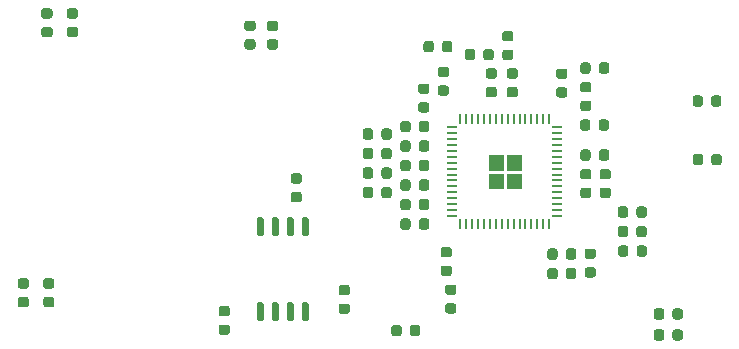
<source format=gbr>
G04 #@! TF.GenerationSoftware,KiCad,Pcbnew,(5.1.6)-1*
G04 #@! TF.CreationDate,2020-07-05T14:39:03+08:00*
G04 #@! TF.ProjectId,inteli210AT,696e7465-6c69-4323-9130-41542e6b6963,rev?*
G04 #@! TF.SameCoordinates,Original*
G04 #@! TF.FileFunction,Paste,Top*
G04 #@! TF.FilePolarity,Positive*
%FSLAX46Y46*%
G04 Gerber Fmt 4.6, Leading zero omitted, Abs format (unit mm)*
G04 Created by KiCad (PCBNEW (5.1.6)-1) date 2020-07-05 14:39:03*
%MOMM*%
%LPD*%
G01*
G04 APERTURE LIST*
%ADD10C,0.010000*%
%ADD11R,0.260000X0.840000*%
%ADD12R,0.840000X0.260000*%
G04 APERTURE END LIST*
D10*
G36*
X-20332600Y25114000D02*
G01*
X-19132600Y25114000D01*
X-19132600Y23914000D01*
X-20332600Y23914000D01*
X-20332600Y25114000D01*
G37*
X-20332600Y25114000D02*
X-19132600Y25114000D01*
X-19132600Y23914000D01*
X-20332600Y23914000D01*
X-20332600Y25114000D01*
G36*
X-21862600Y25114000D02*
G01*
X-20662600Y25114000D01*
X-20662600Y23914000D01*
X-21862600Y23914000D01*
X-21862600Y25114000D01*
G37*
X-21862600Y25114000D02*
X-20662600Y25114000D01*
X-20662600Y23914000D01*
X-21862600Y23914000D01*
X-21862600Y25114000D01*
G36*
X-21862600Y23584000D02*
G01*
X-20662600Y23584000D01*
X-20662600Y22384000D01*
X-21862600Y22384000D01*
X-21862600Y23584000D01*
G37*
X-21862600Y23584000D02*
X-20662600Y23584000D01*
X-20662600Y22384000D01*
X-21862600Y22384000D01*
X-21862600Y23584000D01*
G36*
X-20332600Y23584000D02*
G01*
X-19132600Y23584000D01*
X-19132600Y22384000D01*
X-20332600Y22384000D01*
X-20332600Y23584000D01*
G37*
X-20332600Y23584000D02*
X-19132600Y23584000D01*
X-19132600Y22384000D01*
X-20332600Y22384000D01*
X-20332600Y23584000D01*
G36*
G01*
X-40420250Y34956000D02*
X-39907750Y34956000D01*
G75*
G02*
X-39689000Y34737250I0J-218750D01*
G01*
X-39689000Y34299750D01*
G75*
G02*
X-39907750Y34081000I-218750J0D01*
G01*
X-40420250Y34081000D01*
G75*
G02*
X-40639000Y34299750I0J218750D01*
G01*
X-40639000Y34737250D01*
G75*
G02*
X-40420250Y34956000I218750J0D01*
G01*
G37*
G36*
G01*
X-40420250Y36531000D02*
X-39907750Y36531000D01*
G75*
G02*
X-39689000Y36312250I0J-218750D01*
G01*
X-39689000Y35874750D01*
G75*
G02*
X-39907750Y35656000I-218750J0D01*
G01*
X-40420250Y35656000D01*
G75*
G02*
X-40639000Y35874750I0J218750D01*
G01*
X-40639000Y36312250D01*
G75*
G02*
X-40420250Y36531000I218750J0D01*
G01*
G37*
G36*
G01*
X-42325250Y34956000D02*
X-41812750Y34956000D01*
G75*
G02*
X-41594000Y34737250I0J-218750D01*
G01*
X-41594000Y34299750D01*
G75*
G02*
X-41812750Y34081000I-218750J0D01*
G01*
X-42325250Y34081000D01*
G75*
G02*
X-42544000Y34299750I0J218750D01*
G01*
X-42544000Y34737250D01*
G75*
G02*
X-42325250Y34956000I218750J0D01*
G01*
G37*
G36*
G01*
X-42325250Y36531000D02*
X-41812750Y36531000D01*
G75*
G02*
X-41594000Y36312250I0J-218750D01*
G01*
X-41594000Y35874750D01*
G75*
G02*
X-41812750Y35656000I-218750J0D01*
G01*
X-42325250Y35656000D01*
G75*
G02*
X-42544000Y35874750I0J218750D01*
G01*
X-42544000Y36312250D01*
G75*
G02*
X-42325250Y36531000I218750J0D01*
G01*
G37*
G36*
G01*
X-25804600Y34077750D02*
X-25804600Y34590250D01*
G75*
G02*
X-25585850Y34809000I218750J0D01*
G01*
X-25148350Y34809000D01*
G75*
G02*
X-24929600Y34590250I0J-218750D01*
G01*
X-24929600Y34077750D01*
G75*
G02*
X-25148350Y33859000I-218750J0D01*
G01*
X-25585850Y33859000D01*
G75*
G02*
X-25804600Y34077750I0J218750D01*
G01*
G37*
G36*
G01*
X-27379600Y34077750D02*
X-27379600Y34590250D01*
G75*
G02*
X-27160850Y34809000I218750J0D01*
G01*
X-26723350Y34809000D01*
G75*
G02*
X-26504600Y34590250I0J-218750D01*
G01*
X-26504600Y34077750D01*
G75*
G02*
X-26723350Y33859000I-218750J0D01*
G01*
X-27160850Y33859000D01*
G75*
G02*
X-27379600Y34077750I0J218750D01*
G01*
G37*
G36*
G01*
X-38406850Y22027500D02*
X-37894350Y22027500D01*
G75*
G02*
X-37675600Y21808750I0J-218750D01*
G01*
X-37675600Y21371250D01*
G75*
G02*
X-37894350Y21152500I-218750J0D01*
G01*
X-38406850Y21152500D01*
G75*
G02*
X-38625600Y21371250I0J218750D01*
G01*
X-38625600Y21808750D01*
G75*
G02*
X-38406850Y22027500I218750J0D01*
G01*
G37*
G36*
G01*
X-38406850Y23602500D02*
X-37894350Y23602500D01*
G75*
G02*
X-37675600Y23383750I0J-218750D01*
G01*
X-37675600Y22946250D01*
G75*
G02*
X-37894350Y22727500I-218750J0D01*
G01*
X-38406850Y22727500D01*
G75*
G02*
X-38625600Y22946250I0J218750D01*
G01*
X-38625600Y23383750D01*
G75*
G02*
X-38406850Y23602500I218750J0D01*
G01*
G37*
G36*
G01*
X-33830350Y13278500D02*
X-34342850Y13278500D01*
G75*
G02*
X-34561600Y13497250I0J218750D01*
G01*
X-34561600Y13934750D01*
G75*
G02*
X-34342850Y14153500I218750J0D01*
G01*
X-33830350Y14153500D01*
G75*
G02*
X-33611600Y13934750I0J-218750D01*
G01*
X-33611600Y13497250D01*
G75*
G02*
X-33830350Y13278500I-218750J0D01*
G01*
G37*
G36*
G01*
X-33830350Y11703500D02*
X-34342850Y11703500D01*
G75*
G02*
X-34561600Y11922250I0J218750D01*
G01*
X-34561600Y12359750D01*
G75*
G02*
X-34342850Y12578500I218750J0D01*
G01*
X-33830350Y12578500D01*
G75*
G02*
X-33611600Y12359750I0J-218750D01*
G01*
X-33611600Y11922250D01*
G75*
G02*
X-33830350Y11703500I-218750J0D01*
G01*
G37*
G36*
G01*
X-43990350Y11500500D02*
X-44502850Y11500500D01*
G75*
G02*
X-44721600Y11719250I0J218750D01*
G01*
X-44721600Y12156750D01*
G75*
G02*
X-44502850Y12375500I218750J0D01*
G01*
X-43990350Y12375500D01*
G75*
G02*
X-43771600Y12156750I0J-218750D01*
G01*
X-43771600Y11719250D01*
G75*
G02*
X-43990350Y11500500I-218750J0D01*
G01*
G37*
G36*
G01*
X-43990350Y9925500D02*
X-44502850Y9925500D01*
G75*
G02*
X-44721600Y10144250I0J218750D01*
G01*
X-44721600Y10581750D01*
G75*
G02*
X-44502850Y10800500I218750J0D01*
G01*
X-43990350Y10800500D01*
G75*
G02*
X-43771600Y10581750I0J-218750D01*
G01*
X-43771600Y10144250D01*
G75*
G02*
X-43990350Y9925500I-218750J0D01*
G01*
G37*
G36*
G01*
X-13383350Y23083000D02*
X-13895850Y23083000D01*
G75*
G02*
X-14114600Y23301750I0J218750D01*
G01*
X-14114600Y23739250D01*
G75*
G02*
X-13895850Y23958000I218750J0D01*
G01*
X-13383350Y23958000D01*
G75*
G02*
X-13164600Y23739250I0J-218750D01*
G01*
X-13164600Y23301750D01*
G75*
G02*
X-13383350Y23083000I-218750J0D01*
G01*
G37*
G36*
G01*
X-13383350Y21508000D02*
X-13895850Y21508000D01*
G75*
G02*
X-14114600Y21726750I0J218750D01*
G01*
X-14114600Y22164250D01*
G75*
G02*
X-13895850Y22383000I218750J0D01*
G01*
X-13383350Y22383000D01*
G75*
G02*
X-13164600Y22164250I0J-218750D01*
G01*
X-13164600Y21726750D01*
G75*
G02*
X-13383350Y21508000I-218750J0D01*
G01*
G37*
G36*
G01*
X-10052600Y18925250D02*
X-10052600Y18412750D01*
G75*
G02*
X-10271350Y18194000I-218750J0D01*
G01*
X-10708850Y18194000D01*
G75*
G02*
X-10927600Y18412750I0J218750D01*
G01*
X-10927600Y18925250D01*
G75*
G02*
X-10708850Y19144000I218750J0D01*
G01*
X-10271350Y19144000D01*
G75*
G02*
X-10052600Y18925250I0J-218750D01*
G01*
G37*
G36*
G01*
X-8477600Y18925250D02*
X-8477600Y18412750D01*
G75*
G02*
X-8696350Y18194000I-218750J0D01*
G01*
X-9133850Y18194000D01*
G75*
G02*
X-9352600Y18412750I0J218750D01*
G01*
X-9352600Y18925250D01*
G75*
G02*
X-9133850Y19144000I218750J0D01*
G01*
X-8696350Y19144000D01*
G75*
G02*
X-8477600Y18925250I0J-218750D01*
G01*
G37*
G36*
G01*
X-16021600Y17020250D02*
X-16021600Y16507750D01*
G75*
G02*
X-16240350Y16289000I-218750J0D01*
G01*
X-16677850Y16289000D01*
G75*
G02*
X-16896600Y16507750I0J218750D01*
G01*
X-16896600Y17020250D01*
G75*
G02*
X-16677850Y17239000I218750J0D01*
G01*
X-16240350Y17239000D01*
G75*
G02*
X-16021600Y17020250I0J-218750D01*
G01*
G37*
G36*
G01*
X-14446600Y17020250D02*
X-14446600Y16507750D01*
G75*
G02*
X-14665350Y16289000I-218750J0D01*
G01*
X-15102850Y16289000D01*
G75*
G02*
X-15321600Y16507750I0J218750D01*
G01*
X-15321600Y17020250D01*
G75*
G02*
X-15102850Y17239000I218750J0D01*
G01*
X-14665350Y17239000D01*
G75*
G02*
X-14446600Y17020250I0J-218750D01*
G01*
G37*
G36*
G01*
X-3728100Y29974250D02*
X-3728100Y29461750D01*
G75*
G02*
X-3946850Y29243000I-218750J0D01*
G01*
X-4384350Y29243000D01*
G75*
G02*
X-4603100Y29461750I0J218750D01*
G01*
X-4603100Y29974250D01*
G75*
G02*
X-4384350Y30193000I218750J0D01*
G01*
X-3946850Y30193000D01*
G75*
G02*
X-3728100Y29974250I0J-218750D01*
G01*
G37*
G36*
G01*
X-2153100Y29974250D02*
X-2153100Y29461750D01*
G75*
G02*
X-2371850Y29243000I-218750J0D01*
G01*
X-2809350Y29243000D01*
G75*
G02*
X-3028100Y29461750I0J218750D01*
G01*
X-3028100Y29974250D01*
G75*
G02*
X-2809350Y30193000I218750J0D01*
G01*
X-2371850Y30193000D01*
G75*
G02*
X-2153100Y29974250I0J-218750D01*
G01*
G37*
G36*
G01*
X-10052600Y20576250D02*
X-10052600Y20063750D01*
G75*
G02*
X-10271350Y19845000I-218750J0D01*
G01*
X-10708850Y19845000D01*
G75*
G02*
X-10927600Y20063750I0J218750D01*
G01*
X-10927600Y20576250D01*
G75*
G02*
X-10708850Y20795000I218750J0D01*
G01*
X-10271350Y20795000D01*
G75*
G02*
X-10052600Y20576250I0J-218750D01*
G01*
G37*
G36*
G01*
X-8477600Y20576250D02*
X-8477600Y20063750D01*
G75*
G02*
X-8696350Y19845000I-218750J0D01*
G01*
X-9133850Y19845000D01*
G75*
G02*
X-9352600Y20063750I0J218750D01*
G01*
X-9352600Y20576250D01*
G75*
G02*
X-9133850Y20795000I218750J0D01*
G01*
X-8696350Y20795000D01*
G75*
G02*
X-8477600Y20576250I0J-218750D01*
G01*
G37*
G36*
G01*
X-12244850Y22383000D02*
X-11732350Y22383000D01*
G75*
G02*
X-11513600Y22164250I0J-218750D01*
G01*
X-11513600Y21726750D01*
G75*
G02*
X-11732350Y21508000I-218750J0D01*
G01*
X-12244850Y21508000D01*
G75*
G02*
X-12463600Y21726750I0J218750D01*
G01*
X-12463600Y22164250D01*
G75*
G02*
X-12244850Y22383000I218750J0D01*
G01*
G37*
G36*
G01*
X-12244850Y23958000D02*
X-11732350Y23958000D01*
G75*
G02*
X-11513600Y23739250I0J-218750D01*
G01*
X-11513600Y23301750D01*
G75*
G02*
X-11732350Y23083000I-218750J0D01*
G01*
X-12244850Y23083000D01*
G75*
G02*
X-12463600Y23301750I0J218750D01*
G01*
X-12463600Y23739250D01*
G75*
G02*
X-12244850Y23958000I218750J0D01*
G01*
G37*
G36*
G01*
X-56849350Y36697500D02*
X-57361850Y36697500D01*
G75*
G02*
X-57580600Y36916250I0J218750D01*
G01*
X-57580600Y37353750D01*
G75*
G02*
X-57361850Y37572500I218750J0D01*
G01*
X-56849350Y37572500D01*
G75*
G02*
X-56630600Y37353750I0J-218750D01*
G01*
X-56630600Y36916250D01*
G75*
G02*
X-56849350Y36697500I-218750J0D01*
G01*
G37*
G36*
G01*
X-56849350Y35122500D02*
X-57361850Y35122500D01*
G75*
G02*
X-57580600Y35341250I0J218750D01*
G01*
X-57580600Y35778750D01*
G75*
G02*
X-57361850Y35997500I218750J0D01*
G01*
X-56849350Y35997500D01*
G75*
G02*
X-56630600Y35778750I0J-218750D01*
G01*
X-56630600Y35341250D01*
G75*
G02*
X-56849350Y35122500I-218750J0D01*
G01*
G37*
G36*
G01*
X-59008350Y36697500D02*
X-59520850Y36697500D01*
G75*
G02*
X-59739600Y36916250I0J218750D01*
G01*
X-59739600Y37353750D01*
G75*
G02*
X-59520850Y37572500I218750J0D01*
G01*
X-59008350Y37572500D01*
G75*
G02*
X-58789600Y37353750I0J-218750D01*
G01*
X-58789600Y36916250D01*
G75*
G02*
X-59008350Y36697500I-218750J0D01*
G01*
G37*
G36*
G01*
X-59008350Y35122500D02*
X-59520850Y35122500D01*
G75*
G02*
X-59739600Y35341250I0J218750D01*
G01*
X-59739600Y35778750D01*
G75*
G02*
X-59520850Y35997500I218750J0D01*
G01*
X-59008350Y35997500D01*
G75*
G02*
X-58789600Y35778750I0J-218750D01*
G01*
X-58789600Y35341250D01*
G75*
G02*
X-59008350Y35122500I-218750J0D01*
G01*
G37*
G36*
G01*
X-59361850Y13137500D02*
X-58849350Y13137500D01*
G75*
G02*
X-58630600Y12918750I0J-218750D01*
G01*
X-58630600Y12481250D01*
G75*
G02*
X-58849350Y12262500I-218750J0D01*
G01*
X-59361850Y12262500D01*
G75*
G02*
X-59580600Y12481250I0J218750D01*
G01*
X-59580600Y12918750D01*
G75*
G02*
X-59361850Y13137500I218750J0D01*
G01*
G37*
G36*
G01*
X-59361850Y14712500D02*
X-58849350Y14712500D01*
G75*
G02*
X-58630600Y14493750I0J-218750D01*
G01*
X-58630600Y14056250D01*
G75*
G02*
X-58849350Y13837500I-218750J0D01*
G01*
X-59361850Y13837500D01*
G75*
G02*
X-59580600Y14056250I0J218750D01*
G01*
X-59580600Y14493750D01*
G75*
G02*
X-59361850Y14712500I218750J0D01*
G01*
G37*
G36*
G01*
X-61520850Y13137500D02*
X-61008350Y13137500D01*
G75*
G02*
X-60789600Y12918750I0J-218750D01*
G01*
X-60789600Y12481250D01*
G75*
G02*
X-61008350Y12262500I-218750J0D01*
G01*
X-61520850Y12262500D01*
G75*
G02*
X-61739600Y12481250I0J218750D01*
G01*
X-61739600Y12918750D01*
G75*
G02*
X-61520850Y13137500I218750J0D01*
G01*
G37*
G36*
G01*
X-61520850Y14712500D02*
X-61008350Y14712500D01*
G75*
G02*
X-60789600Y14493750I0J-218750D01*
G01*
X-60789600Y14056250D01*
G75*
G02*
X-61008350Y13837500I-218750J0D01*
G01*
X-61520850Y13837500D01*
G75*
G02*
X-61739600Y14056250I0J218750D01*
G01*
X-61739600Y14493750D01*
G75*
G02*
X-61520850Y14712500I218750J0D01*
G01*
G37*
G36*
G01*
X-13895850Y29749000D02*
X-13383350Y29749000D01*
G75*
G02*
X-13164600Y29530250I0J-218750D01*
G01*
X-13164600Y29092750D01*
G75*
G02*
X-13383350Y28874000I-218750J0D01*
G01*
X-13895850Y28874000D01*
G75*
G02*
X-14114600Y29092750I0J218750D01*
G01*
X-14114600Y29530250D01*
G75*
G02*
X-13895850Y29749000I218750J0D01*
G01*
G37*
G36*
G01*
X-13895850Y31324000D02*
X-13383350Y31324000D01*
G75*
G02*
X-13164600Y31105250I0J-218750D01*
G01*
X-13164600Y30667750D01*
G75*
G02*
X-13383350Y30449000I-218750J0D01*
G01*
X-13895850Y30449000D01*
G75*
G02*
X-14114600Y30667750I0J218750D01*
G01*
X-14114600Y31105250D01*
G75*
G02*
X-13895850Y31324000I218750J0D01*
G01*
G37*
G36*
G01*
X-23006600Y33911250D02*
X-23006600Y33398750D01*
G75*
G02*
X-23225350Y33180000I-218750J0D01*
G01*
X-23662850Y33180000D01*
G75*
G02*
X-23881600Y33398750I0J218750D01*
G01*
X-23881600Y33911250D01*
G75*
G02*
X-23662850Y34130000I218750J0D01*
G01*
X-23225350Y34130000D01*
G75*
G02*
X-23006600Y33911250I0J-218750D01*
G01*
G37*
G36*
G01*
X-21431600Y33911250D02*
X-21431600Y33398750D01*
G75*
G02*
X-21650350Y33180000I-218750J0D01*
G01*
X-22087850Y33180000D01*
G75*
G02*
X-22306600Y33398750I0J218750D01*
G01*
X-22306600Y33911250D01*
G75*
G02*
X-22087850Y34130000I218750J0D01*
G01*
X-21650350Y34130000D01*
G75*
G02*
X-21431600Y33911250I0J-218750D01*
G01*
G37*
G36*
G01*
X-20499850Y34067000D02*
X-19987350Y34067000D01*
G75*
G02*
X-19768600Y33848250I0J-218750D01*
G01*
X-19768600Y33410750D01*
G75*
G02*
X-19987350Y33192000I-218750J0D01*
G01*
X-20499850Y33192000D01*
G75*
G02*
X-20718600Y33410750I0J218750D01*
G01*
X-20718600Y33848250D01*
G75*
G02*
X-20499850Y34067000I218750J0D01*
G01*
G37*
G36*
G01*
X-20499850Y35642000D02*
X-19987350Y35642000D01*
G75*
G02*
X-19768600Y35423250I0J-218750D01*
G01*
X-19768600Y34985750D01*
G75*
G02*
X-19987350Y34767000I-218750J0D01*
G01*
X-20499850Y34767000D01*
G75*
G02*
X-20718600Y34985750I0J218750D01*
G01*
X-20718600Y35423250D01*
G75*
G02*
X-20499850Y35642000I218750J0D01*
G01*
G37*
G36*
G01*
X-3702600Y25021250D02*
X-3702600Y24508750D01*
G75*
G02*
X-3921350Y24290000I-218750J0D01*
G01*
X-4358850Y24290000D01*
G75*
G02*
X-4577600Y24508750I0J218750D01*
G01*
X-4577600Y25021250D01*
G75*
G02*
X-4358850Y25240000I218750J0D01*
G01*
X-3921350Y25240000D01*
G75*
G02*
X-3702600Y25021250I0J-218750D01*
G01*
G37*
G36*
G01*
X-2127600Y25021250D02*
X-2127600Y24508750D01*
G75*
G02*
X-2346350Y24290000I-218750J0D01*
G01*
X-2783850Y24290000D01*
G75*
G02*
X-3002600Y24508750I0J218750D01*
G01*
X-3002600Y25021250D01*
G75*
G02*
X-2783850Y25240000I218750J0D01*
G01*
X-2346350Y25240000D01*
G75*
G02*
X-2127600Y25021250I0J-218750D01*
G01*
G37*
G36*
G01*
X-24813350Y13304000D02*
X-25325850Y13304000D01*
G75*
G02*
X-25544600Y13522750I0J218750D01*
G01*
X-25544600Y13960250D01*
G75*
G02*
X-25325850Y14179000I218750J0D01*
G01*
X-24813350Y14179000D01*
G75*
G02*
X-24594600Y13960250I0J-218750D01*
G01*
X-24594600Y13522750D01*
G75*
G02*
X-24813350Y13304000I-218750J0D01*
G01*
G37*
G36*
G01*
X-24813350Y11729000D02*
X-25325850Y11729000D01*
G75*
G02*
X-25544600Y11947750I0J218750D01*
G01*
X-25544600Y12385250D01*
G75*
G02*
X-25325850Y12604000I218750J0D01*
G01*
X-24813350Y12604000D01*
G75*
G02*
X-24594600Y12385250I0J-218750D01*
G01*
X-24594600Y11947750D01*
G75*
G02*
X-24813350Y11729000I-218750J0D01*
G01*
G37*
G36*
G01*
X-25194350Y16479000D02*
X-25706850Y16479000D01*
G75*
G02*
X-25925600Y16697750I0J218750D01*
G01*
X-25925600Y17135250D01*
G75*
G02*
X-25706850Y17354000I218750J0D01*
G01*
X-25194350Y17354000D01*
G75*
G02*
X-24975600Y17135250I0J-218750D01*
G01*
X-24975600Y16697750D01*
G75*
G02*
X-25194350Y16479000I-218750J0D01*
G01*
G37*
G36*
G01*
X-25194350Y14904000D02*
X-25706850Y14904000D01*
G75*
G02*
X-25925600Y15122750I0J218750D01*
G01*
X-25925600Y15560250D01*
G75*
G02*
X-25706850Y15779000I218750J0D01*
G01*
X-25194350Y15779000D01*
G75*
G02*
X-24975600Y15560250I0J-218750D01*
G01*
X-24975600Y15122750D01*
G75*
G02*
X-25194350Y14904000I-218750J0D01*
G01*
G37*
G36*
G01*
X-10027100Y17274250D02*
X-10027100Y16761750D01*
G75*
G02*
X-10245850Y16543000I-218750J0D01*
G01*
X-10683350Y16543000D01*
G75*
G02*
X-10902100Y16761750I0J218750D01*
G01*
X-10902100Y17274250D01*
G75*
G02*
X-10683350Y17493000I218750J0D01*
G01*
X-10245850Y17493000D01*
G75*
G02*
X-10027100Y17274250I0J-218750D01*
G01*
G37*
G36*
G01*
X-8452100Y17274250D02*
X-8452100Y16761750D01*
G75*
G02*
X-8670850Y16543000I-218750J0D01*
G01*
X-9108350Y16543000D01*
G75*
G02*
X-9327100Y16761750I0J218750D01*
G01*
X-9327100Y17274250D01*
G75*
G02*
X-9108350Y17493000I218750J0D01*
G01*
X-8670850Y17493000D01*
G75*
G02*
X-8452100Y17274250I0J-218750D01*
G01*
G37*
G36*
G01*
X-28529600Y10030750D02*
X-28529600Y10543250D01*
G75*
G02*
X-28310850Y10762000I218750J0D01*
G01*
X-27873350Y10762000D01*
G75*
G02*
X-27654600Y10543250I0J-218750D01*
G01*
X-27654600Y10030750D01*
G75*
G02*
X-27873350Y9812000I-218750J0D01*
G01*
X-28310850Y9812000D01*
G75*
G02*
X-28529600Y10030750I0J218750D01*
G01*
G37*
G36*
G01*
X-30104600Y10030750D02*
X-30104600Y10543250D01*
G75*
G02*
X-29885850Y10762000I218750J0D01*
G01*
X-29448350Y10762000D01*
G75*
G02*
X-29229600Y10543250I0J-218750D01*
G01*
X-29229600Y10030750D01*
G75*
G02*
X-29448350Y9812000I-218750J0D01*
G01*
X-29885850Y9812000D01*
G75*
G02*
X-30104600Y10030750I0J218750D01*
G01*
G37*
G36*
G01*
X-27767600Y20698750D02*
X-27767600Y21211250D01*
G75*
G02*
X-27548850Y21430000I218750J0D01*
G01*
X-27111350Y21430000D01*
G75*
G02*
X-26892600Y21211250I0J-218750D01*
G01*
X-26892600Y20698750D01*
G75*
G02*
X-27111350Y20480000I-218750J0D01*
G01*
X-27548850Y20480000D01*
G75*
G02*
X-27767600Y20698750I0J218750D01*
G01*
G37*
G36*
G01*
X-29342600Y20698750D02*
X-29342600Y21211250D01*
G75*
G02*
X-29123850Y21430000I218750J0D01*
G01*
X-28686350Y21430000D01*
G75*
G02*
X-28467600Y21211250I0J-218750D01*
G01*
X-28467600Y20698750D01*
G75*
G02*
X-28686350Y20480000I-218750J0D01*
G01*
X-29123850Y20480000D01*
G75*
G02*
X-29342600Y20698750I0J218750D01*
G01*
G37*
G36*
G01*
X-27767600Y22349750D02*
X-27767600Y22862250D01*
G75*
G02*
X-27548850Y23081000I218750J0D01*
G01*
X-27111350Y23081000D01*
G75*
G02*
X-26892600Y22862250I0J-218750D01*
G01*
X-26892600Y22349750D01*
G75*
G02*
X-27111350Y22131000I-218750J0D01*
G01*
X-27548850Y22131000D01*
G75*
G02*
X-27767600Y22349750I0J218750D01*
G01*
G37*
G36*
G01*
X-29342600Y22349750D02*
X-29342600Y22862250D01*
G75*
G02*
X-29123850Y23081000I218750J0D01*
G01*
X-28686350Y23081000D01*
G75*
G02*
X-28467600Y22862250I0J-218750D01*
G01*
X-28467600Y22349750D01*
G75*
G02*
X-28686350Y22131000I-218750J0D01*
G01*
X-29123850Y22131000D01*
G75*
G02*
X-29342600Y22349750I0J218750D01*
G01*
G37*
G36*
G01*
X-30942600Y23365750D02*
X-30942600Y23878250D01*
G75*
G02*
X-30723850Y24097000I218750J0D01*
G01*
X-30286350Y24097000D01*
G75*
G02*
X-30067600Y23878250I0J-218750D01*
G01*
X-30067600Y23365750D01*
G75*
G02*
X-30286350Y23147000I-218750J0D01*
G01*
X-30723850Y23147000D01*
G75*
G02*
X-30942600Y23365750I0J218750D01*
G01*
G37*
G36*
G01*
X-32517600Y23365750D02*
X-32517600Y23878250D01*
G75*
G02*
X-32298850Y24097000I218750J0D01*
G01*
X-31861350Y24097000D01*
G75*
G02*
X-31642600Y23878250I0J-218750D01*
G01*
X-31642600Y23365750D01*
G75*
G02*
X-31861350Y23147000I-218750J0D01*
G01*
X-32298850Y23147000D01*
G75*
G02*
X-32517600Y23365750I0J218750D01*
G01*
G37*
G36*
G01*
X-6304800Y11435350D02*
X-6304800Y11947850D01*
G75*
G02*
X-6086050Y12166600I218750J0D01*
G01*
X-5648550Y12166600D01*
G75*
G02*
X-5429800Y11947850I0J-218750D01*
G01*
X-5429800Y11435350D01*
G75*
G02*
X-5648550Y11216600I-218750J0D01*
G01*
X-6086050Y11216600D01*
G75*
G02*
X-6304800Y11435350I0J218750D01*
G01*
G37*
G36*
G01*
X-7879800Y11435350D02*
X-7879800Y11947850D01*
G75*
G02*
X-7661050Y12166600I218750J0D01*
G01*
X-7223550Y12166600D01*
G75*
G02*
X-7004800Y11947850I0J-218750D01*
G01*
X-7004800Y11435350D01*
G75*
G02*
X-7223550Y11216600I-218750J0D01*
G01*
X-7661050Y11216600D01*
G75*
G02*
X-7879800Y11435350I0J218750D01*
G01*
G37*
G36*
G01*
X-6304800Y9657350D02*
X-6304800Y10169850D01*
G75*
G02*
X-6086050Y10388600I218750J0D01*
G01*
X-5648550Y10388600D01*
G75*
G02*
X-5429800Y10169850I0J-218750D01*
G01*
X-5429800Y9657350D01*
G75*
G02*
X-5648550Y9438600I-218750J0D01*
G01*
X-6086050Y9438600D01*
G75*
G02*
X-6304800Y9657350I0J218750D01*
G01*
G37*
G36*
G01*
X-7879800Y9657350D02*
X-7879800Y10169850D01*
G75*
G02*
X-7661050Y10388600I218750J0D01*
G01*
X-7223550Y10388600D01*
G75*
G02*
X-7004800Y10169850I0J-218750D01*
G01*
X-7004800Y9657350D01*
G75*
G02*
X-7223550Y9438600I-218750J0D01*
G01*
X-7661050Y9438600D01*
G75*
G02*
X-7879800Y9657350I0J218750D01*
G01*
G37*
G36*
G01*
X-41048600Y18294000D02*
X-41348600Y18294000D01*
G75*
G02*
X-41498600Y18444000I0J150000D01*
G01*
X-41498600Y19744000D01*
G75*
G02*
X-41348600Y19894000I150000J0D01*
G01*
X-41048600Y19894000D01*
G75*
G02*
X-40898600Y19744000I0J-150000D01*
G01*
X-40898600Y18444000D01*
G75*
G02*
X-41048600Y18294000I-150000J0D01*
G01*
G37*
G36*
G01*
X-39778600Y18294000D02*
X-40078600Y18294000D01*
G75*
G02*
X-40228600Y18444000I0J150000D01*
G01*
X-40228600Y19744000D01*
G75*
G02*
X-40078600Y19894000I150000J0D01*
G01*
X-39778600Y19894000D01*
G75*
G02*
X-39628600Y19744000I0J-150000D01*
G01*
X-39628600Y18444000D01*
G75*
G02*
X-39778600Y18294000I-150000J0D01*
G01*
G37*
G36*
G01*
X-38508600Y18294000D02*
X-38808600Y18294000D01*
G75*
G02*
X-38958600Y18444000I0J150000D01*
G01*
X-38958600Y19744000D01*
G75*
G02*
X-38808600Y19894000I150000J0D01*
G01*
X-38508600Y19894000D01*
G75*
G02*
X-38358600Y19744000I0J-150000D01*
G01*
X-38358600Y18444000D01*
G75*
G02*
X-38508600Y18294000I-150000J0D01*
G01*
G37*
G36*
G01*
X-37238600Y18294000D02*
X-37538600Y18294000D01*
G75*
G02*
X-37688600Y18444000I0J150000D01*
G01*
X-37688600Y19744000D01*
G75*
G02*
X-37538600Y19894000I150000J0D01*
G01*
X-37238600Y19894000D01*
G75*
G02*
X-37088600Y19744000I0J-150000D01*
G01*
X-37088600Y18444000D01*
G75*
G02*
X-37238600Y18294000I-150000J0D01*
G01*
G37*
G36*
G01*
X-37238600Y11094000D02*
X-37538600Y11094000D01*
G75*
G02*
X-37688600Y11244000I0J150000D01*
G01*
X-37688600Y12544000D01*
G75*
G02*
X-37538600Y12694000I150000J0D01*
G01*
X-37238600Y12694000D01*
G75*
G02*
X-37088600Y12544000I0J-150000D01*
G01*
X-37088600Y11244000D01*
G75*
G02*
X-37238600Y11094000I-150000J0D01*
G01*
G37*
G36*
G01*
X-38508600Y11094000D02*
X-38808600Y11094000D01*
G75*
G02*
X-38958600Y11244000I0J150000D01*
G01*
X-38958600Y12544000D01*
G75*
G02*
X-38808600Y12694000I150000J0D01*
G01*
X-38508600Y12694000D01*
G75*
G02*
X-38358600Y12544000I0J-150000D01*
G01*
X-38358600Y11244000D01*
G75*
G02*
X-38508600Y11094000I-150000J0D01*
G01*
G37*
G36*
G01*
X-39778600Y11094000D02*
X-40078600Y11094000D01*
G75*
G02*
X-40228600Y11244000I0J150000D01*
G01*
X-40228600Y12544000D01*
G75*
G02*
X-40078600Y12694000I150000J0D01*
G01*
X-39778600Y12694000D01*
G75*
G02*
X-39628600Y12544000I0J-150000D01*
G01*
X-39628600Y11244000D01*
G75*
G02*
X-39778600Y11094000I-150000J0D01*
G01*
G37*
G36*
G01*
X-41048600Y11094000D02*
X-41348600Y11094000D01*
G75*
G02*
X-41498600Y11244000I0J150000D01*
G01*
X-41498600Y12544000D01*
G75*
G02*
X-41348600Y12694000I150000J0D01*
G01*
X-41048600Y12694000D01*
G75*
G02*
X-40898600Y12544000I0J-150000D01*
G01*
X-40898600Y11244000D01*
G75*
G02*
X-41048600Y11094000I-150000J0D01*
G01*
G37*
G36*
G01*
X-30942600Y26667750D02*
X-30942600Y27180250D01*
G75*
G02*
X-30723850Y27399000I218750J0D01*
G01*
X-30286350Y27399000D01*
G75*
G02*
X-30067600Y27180250I0J-218750D01*
G01*
X-30067600Y26667750D01*
G75*
G02*
X-30286350Y26449000I-218750J0D01*
G01*
X-30723850Y26449000D01*
G75*
G02*
X-30942600Y26667750I0J218750D01*
G01*
G37*
G36*
G01*
X-32517600Y26667750D02*
X-32517600Y27180250D01*
G75*
G02*
X-32298850Y27399000I218750J0D01*
G01*
X-31861350Y27399000D01*
G75*
G02*
X-31642600Y27180250I0J-218750D01*
G01*
X-31642600Y26667750D01*
G75*
G02*
X-31861350Y26449000I-218750J0D01*
G01*
X-32298850Y26449000D01*
G75*
G02*
X-32517600Y26667750I0J218750D01*
G01*
G37*
G36*
G01*
X-27767600Y24000750D02*
X-27767600Y24513250D01*
G75*
G02*
X-27548850Y24732000I218750J0D01*
G01*
X-27111350Y24732000D01*
G75*
G02*
X-26892600Y24513250I0J-218750D01*
G01*
X-26892600Y24000750D01*
G75*
G02*
X-27111350Y23782000I-218750J0D01*
G01*
X-27548850Y23782000D01*
G75*
G02*
X-27767600Y24000750I0J218750D01*
G01*
G37*
G36*
G01*
X-29342600Y24000750D02*
X-29342600Y24513250D01*
G75*
G02*
X-29123850Y24732000I218750J0D01*
G01*
X-28686350Y24732000D01*
G75*
G02*
X-28467600Y24513250I0J-218750D01*
G01*
X-28467600Y24000750D01*
G75*
G02*
X-28686350Y23782000I-218750J0D01*
G01*
X-29123850Y23782000D01*
G75*
G02*
X-29342600Y24000750I0J218750D01*
G01*
G37*
G36*
G01*
X-27767600Y25651750D02*
X-27767600Y26164250D01*
G75*
G02*
X-27548850Y26383000I218750J0D01*
G01*
X-27111350Y26383000D01*
G75*
G02*
X-26892600Y26164250I0J-218750D01*
G01*
X-26892600Y25651750D01*
G75*
G02*
X-27111350Y25433000I-218750J0D01*
G01*
X-27548850Y25433000D01*
G75*
G02*
X-27767600Y25651750I0J218750D01*
G01*
G37*
G36*
G01*
X-29342600Y25651750D02*
X-29342600Y26164250D01*
G75*
G02*
X-29123850Y26383000I218750J0D01*
G01*
X-28686350Y26383000D01*
G75*
G02*
X-28467600Y26164250I0J-218750D01*
G01*
X-28467600Y25651750D01*
G75*
G02*
X-28686350Y25433000I-218750J0D01*
G01*
X-29123850Y25433000D01*
G75*
G02*
X-29342600Y25651750I0J218750D01*
G01*
G37*
G36*
G01*
X-30942600Y25016750D02*
X-30942600Y25529250D01*
G75*
G02*
X-30723850Y25748000I218750J0D01*
G01*
X-30286350Y25748000D01*
G75*
G02*
X-30067600Y25529250I0J-218750D01*
G01*
X-30067600Y25016750D01*
G75*
G02*
X-30286350Y24798000I-218750J0D01*
G01*
X-30723850Y24798000D01*
G75*
G02*
X-30942600Y25016750I0J218750D01*
G01*
G37*
G36*
G01*
X-32517600Y25016750D02*
X-32517600Y25529250D01*
G75*
G02*
X-32298850Y25748000I218750J0D01*
G01*
X-31861350Y25748000D01*
G75*
G02*
X-31642600Y25529250I0J-218750D01*
G01*
X-31642600Y25016750D01*
G75*
G02*
X-31861350Y24798000I-218750J0D01*
G01*
X-32298850Y24798000D01*
G75*
G02*
X-32517600Y25016750I0J218750D01*
G01*
G37*
G36*
G01*
X-27767600Y27302750D02*
X-27767600Y27815250D01*
G75*
G02*
X-27548850Y28034000I218750J0D01*
G01*
X-27111350Y28034000D01*
G75*
G02*
X-26892600Y27815250I0J-218750D01*
G01*
X-26892600Y27302750D01*
G75*
G02*
X-27111350Y27084000I-218750J0D01*
G01*
X-27548850Y27084000D01*
G75*
G02*
X-27767600Y27302750I0J218750D01*
G01*
G37*
G36*
G01*
X-29342600Y27302750D02*
X-29342600Y27815250D01*
G75*
G02*
X-29123850Y28034000I218750J0D01*
G01*
X-28686350Y28034000D01*
G75*
G02*
X-28467600Y27815250I0J-218750D01*
G01*
X-28467600Y27302750D01*
G75*
G02*
X-28686350Y27084000I-218750J0D01*
G01*
X-29123850Y27084000D01*
G75*
G02*
X-29342600Y27302750I0J218750D01*
G01*
G37*
G36*
G01*
X-27611850Y29622000D02*
X-27099350Y29622000D01*
G75*
G02*
X-26880600Y29403250I0J-218750D01*
G01*
X-26880600Y28965750D01*
G75*
G02*
X-27099350Y28747000I-218750J0D01*
G01*
X-27611850Y28747000D01*
G75*
G02*
X-27830600Y28965750I0J218750D01*
G01*
X-27830600Y29403250D01*
G75*
G02*
X-27611850Y29622000I218750J0D01*
G01*
G37*
G36*
G01*
X-27611850Y31197000D02*
X-27099350Y31197000D01*
G75*
G02*
X-26880600Y30978250I0J-218750D01*
G01*
X-26880600Y30540750D01*
G75*
G02*
X-27099350Y30322000I-218750J0D01*
G01*
X-27611850Y30322000D01*
G75*
G02*
X-27830600Y30540750I0J218750D01*
G01*
X-27830600Y30978250D01*
G75*
G02*
X-27611850Y31197000I218750J0D01*
G01*
G37*
G36*
G01*
X-15321600Y14856750D02*
X-15321600Y15369250D01*
G75*
G02*
X-15102850Y15588000I218750J0D01*
G01*
X-14665350Y15588000D01*
G75*
G02*
X-14446600Y15369250I0J-218750D01*
G01*
X-14446600Y14856750D01*
G75*
G02*
X-14665350Y14638000I-218750J0D01*
G01*
X-15102850Y14638000D01*
G75*
G02*
X-15321600Y14856750I0J218750D01*
G01*
G37*
G36*
G01*
X-16896600Y14856750D02*
X-16896600Y15369250D01*
G75*
G02*
X-16677850Y15588000I218750J0D01*
G01*
X-16240350Y15588000D01*
G75*
G02*
X-16021600Y15369250I0J-218750D01*
G01*
X-16021600Y14856750D01*
G75*
G02*
X-16240350Y14638000I-218750J0D01*
G01*
X-16677850Y14638000D01*
G75*
G02*
X-16896600Y14856750I0J218750D01*
G01*
G37*
G36*
G01*
X-30942600Y21714750D02*
X-30942600Y22227250D01*
G75*
G02*
X-30723850Y22446000I218750J0D01*
G01*
X-30286350Y22446000D01*
G75*
G02*
X-30067600Y22227250I0J-218750D01*
G01*
X-30067600Y21714750D01*
G75*
G02*
X-30286350Y21496000I-218750J0D01*
G01*
X-30723850Y21496000D01*
G75*
G02*
X-30942600Y21714750I0J218750D01*
G01*
G37*
G36*
G01*
X-32517600Y21714750D02*
X-32517600Y22227250D01*
G75*
G02*
X-32298850Y22446000I218750J0D01*
G01*
X-31861350Y22446000D01*
G75*
G02*
X-31642600Y22227250I0J-218750D01*
G01*
X-31642600Y21714750D01*
G75*
G02*
X-31861350Y21496000I-218750J0D01*
G01*
X-32298850Y21496000D01*
G75*
G02*
X-32517600Y21714750I0J218750D01*
G01*
G37*
G36*
G01*
X-13227600Y32768250D02*
X-13227600Y32255750D01*
G75*
G02*
X-13446350Y32037000I-218750J0D01*
G01*
X-13883850Y32037000D01*
G75*
G02*
X-14102600Y32255750I0J218750D01*
G01*
X-14102600Y32768250D01*
G75*
G02*
X-13883850Y32987000I218750J0D01*
G01*
X-13446350Y32987000D01*
G75*
G02*
X-13227600Y32768250I0J-218750D01*
G01*
G37*
G36*
G01*
X-11652600Y32768250D02*
X-11652600Y32255750D01*
G75*
G02*
X-11871350Y32037000I-218750J0D01*
G01*
X-12308850Y32037000D01*
G75*
G02*
X-12527600Y32255750I0J218750D01*
G01*
X-12527600Y32768250D01*
G75*
G02*
X-12308850Y32987000I218750J0D01*
G01*
X-11871350Y32987000D01*
G75*
G02*
X-11652600Y32768250I0J-218750D01*
G01*
G37*
G36*
G01*
X-13253100Y27942250D02*
X-13253100Y27429750D01*
G75*
G02*
X-13471850Y27211000I-218750J0D01*
G01*
X-13909350Y27211000D01*
G75*
G02*
X-14128100Y27429750I0J218750D01*
G01*
X-14128100Y27942250D01*
G75*
G02*
X-13909350Y28161000I218750J0D01*
G01*
X-13471850Y28161000D01*
G75*
G02*
X-13253100Y27942250I0J-218750D01*
G01*
G37*
G36*
G01*
X-11678100Y27942250D02*
X-11678100Y27429750D01*
G75*
G02*
X-11896850Y27211000I-218750J0D01*
G01*
X-12334350Y27211000D01*
G75*
G02*
X-12553100Y27429750I0J218750D01*
G01*
X-12553100Y27942250D01*
G75*
G02*
X-12334350Y28161000I218750J0D01*
G01*
X-11896850Y28161000D01*
G75*
G02*
X-11678100Y27942250I0J-218750D01*
G01*
G37*
G36*
G01*
X-25960850Y31044500D02*
X-25448350Y31044500D01*
G75*
G02*
X-25229600Y30825750I0J-218750D01*
G01*
X-25229600Y30388250D01*
G75*
G02*
X-25448350Y30169500I-218750J0D01*
G01*
X-25960850Y30169500D01*
G75*
G02*
X-26179600Y30388250I0J218750D01*
G01*
X-26179600Y30825750D01*
G75*
G02*
X-25960850Y31044500I218750J0D01*
G01*
G37*
G36*
G01*
X-25960850Y32619500D02*
X-25448350Y32619500D01*
G75*
G02*
X-25229600Y32400750I0J-218750D01*
G01*
X-25229600Y31963250D01*
G75*
G02*
X-25448350Y31744500I-218750J0D01*
G01*
X-25960850Y31744500D01*
G75*
G02*
X-26179600Y31963250I0J218750D01*
G01*
X-26179600Y32400750D01*
G75*
G02*
X-25960850Y32619500I218750J0D01*
G01*
G37*
G36*
G01*
X-20118850Y30917500D02*
X-19606350Y30917500D01*
G75*
G02*
X-19387600Y30698750I0J-218750D01*
G01*
X-19387600Y30261250D01*
G75*
G02*
X-19606350Y30042500I-218750J0D01*
G01*
X-20118850Y30042500D01*
G75*
G02*
X-20337600Y30261250I0J218750D01*
G01*
X-20337600Y30698750D01*
G75*
G02*
X-20118850Y30917500I218750J0D01*
G01*
G37*
G36*
G01*
X-20118850Y32492500D02*
X-19606350Y32492500D01*
G75*
G02*
X-19387600Y32273750I0J-218750D01*
G01*
X-19387600Y31836250D01*
G75*
G02*
X-19606350Y31617500I-218750J0D01*
G01*
X-20118850Y31617500D01*
G75*
G02*
X-20337600Y31836250I0J218750D01*
G01*
X-20337600Y32273750D01*
G75*
G02*
X-20118850Y32492500I218750J0D01*
G01*
G37*
D11*
X-24247600Y28184000D03*
X-23747600Y28184000D03*
X-23247600Y28184000D03*
X-22747600Y28184000D03*
X-22247600Y28184000D03*
X-21747600Y28184000D03*
X-21247600Y28184000D03*
X-20747600Y28184000D03*
X-20247600Y28184000D03*
X-19747600Y28184000D03*
X-19247600Y28184000D03*
X-18747600Y28184000D03*
X-18247600Y28184000D03*
X-17747600Y28184000D03*
X-17247600Y28184000D03*
X-16747600Y28184000D03*
D12*
X-16062600Y27499000D03*
X-16062600Y26999000D03*
X-16062600Y26499000D03*
X-16062600Y25999000D03*
X-16062600Y25499000D03*
X-16062600Y24999000D03*
X-16062600Y24499000D03*
X-16062600Y23999000D03*
X-16062600Y23499000D03*
X-16062600Y22999000D03*
X-16062600Y22499000D03*
X-16062600Y21999000D03*
X-16062600Y21499000D03*
X-16062600Y20999000D03*
X-16062600Y20499000D03*
X-16062600Y19999000D03*
D11*
X-16747600Y19314000D03*
X-17247600Y19314000D03*
X-17747600Y19314000D03*
X-18247600Y19314000D03*
X-18747600Y19314000D03*
X-19247600Y19314000D03*
X-19747600Y19314000D03*
X-20247600Y19314000D03*
X-20747600Y19314000D03*
X-21247600Y19314000D03*
X-21747600Y19314000D03*
X-22247600Y19314000D03*
X-22747600Y19314000D03*
X-23247600Y19314000D03*
X-23747600Y19314000D03*
X-24247600Y19314000D03*
D12*
X-24932600Y19999000D03*
X-24932600Y20499000D03*
X-24932600Y20999000D03*
X-24932600Y21499000D03*
X-24932600Y21999000D03*
X-24932600Y22499000D03*
X-24932600Y22999000D03*
X-24932600Y23499000D03*
X-24932600Y23999000D03*
X-24932600Y24499000D03*
X-24932600Y24999000D03*
X-24932600Y25499000D03*
X-24932600Y25999000D03*
X-24932600Y26499000D03*
X-24932600Y26999000D03*
X-24932600Y27499000D03*
G36*
G01*
X-13002350Y16352000D02*
X-13514850Y16352000D01*
G75*
G02*
X-13733600Y16570750I0J218750D01*
G01*
X-13733600Y17008250D01*
G75*
G02*
X-13514850Y17227000I218750J0D01*
G01*
X-13002350Y17227000D01*
G75*
G02*
X-12783600Y17008250I0J-218750D01*
G01*
X-12783600Y16570750D01*
G75*
G02*
X-13002350Y16352000I-218750J0D01*
G01*
G37*
G36*
G01*
X-13002350Y14777000D02*
X-13514850Y14777000D01*
G75*
G02*
X-13733600Y14995750I0J218750D01*
G01*
X-13733600Y15433250D01*
G75*
G02*
X-13514850Y15652000I218750J0D01*
G01*
X-13002350Y15652000D01*
G75*
G02*
X-12783600Y15433250I0J-218750D01*
G01*
X-12783600Y14995750D01*
G75*
G02*
X-13002350Y14777000I-218750J0D01*
G01*
G37*
G36*
G01*
X-27767600Y19047750D02*
X-27767600Y19560250D01*
G75*
G02*
X-27548850Y19779000I218750J0D01*
G01*
X-27111350Y19779000D01*
G75*
G02*
X-26892600Y19560250I0J-218750D01*
G01*
X-26892600Y19047750D01*
G75*
G02*
X-27111350Y18829000I-218750J0D01*
G01*
X-27548850Y18829000D01*
G75*
G02*
X-27767600Y19047750I0J218750D01*
G01*
G37*
G36*
G01*
X-29342600Y19047750D02*
X-29342600Y19560250D01*
G75*
G02*
X-29123850Y19779000I218750J0D01*
G01*
X-28686350Y19779000D01*
G75*
G02*
X-28467600Y19560250I0J-218750D01*
G01*
X-28467600Y19047750D01*
G75*
G02*
X-28686350Y18829000I-218750J0D01*
G01*
X-29123850Y18829000D01*
G75*
G02*
X-29342600Y19047750I0J218750D01*
G01*
G37*
G36*
G01*
X-13227600Y25402250D02*
X-13227600Y24889750D01*
G75*
G02*
X-13446350Y24671000I-218750J0D01*
G01*
X-13883850Y24671000D01*
G75*
G02*
X-14102600Y24889750I0J218750D01*
G01*
X-14102600Y25402250D01*
G75*
G02*
X-13883850Y25621000I218750J0D01*
G01*
X-13446350Y25621000D01*
G75*
G02*
X-13227600Y25402250I0J-218750D01*
G01*
G37*
G36*
G01*
X-11652600Y25402250D02*
X-11652600Y24889750D01*
G75*
G02*
X-11871350Y24671000I-218750J0D01*
G01*
X-12308850Y24671000D01*
G75*
G02*
X-12527600Y24889750I0J218750D01*
G01*
X-12527600Y25402250D01*
G75*
G02*
X-12308850Y25621000I218750J0D01*
G01*
X-11871350Y25621000D01*
G75*
G02*
X-11652600Y25402250I0J-218750D01*
G01*
G37*
G36*
G01*
X-15927850Y30892000D02*
X-15415350Y30892000D01*
G75*
G02*
X-15196600Y30673250I0J-218750D01*
G01*
X-15196600Y30235750D01*
G75*
G02*
X-15415350Y30017000I-218750J0D01*
G01*
X-15927850Y30017000D01*
G75*
G02*
X-16146600Y30235750I0J218750D01*
G01*
X-16146600Y30673250D01*
G75*
G02*
X-15927850Y30892000I218750J0D01*
G01*
G37*
G36*
G01*
X-15927850Y32467000D02*
X-15415350Y32467000D01*
G75*
G02*
X-15196600Y32248250I0J-218750D01*
G01*
X-15196600Y31810750D01*
G75*
G02*
X-15415350Y31592000I-218750J0D01*
G01*
X-15927850Y31592000D01*
G75*
G02*
X-16146600Y31810750I0J218750D01*
G01*
X-16146600Y32248250D01*
G75*
G02*
X-15927850Y32467000I218750J0D01*
G01*
G37*
G36*
G01*
X-21896850Y30917500D02*
X-21384350Y30917500D01*
G75*
G02*
X-21165600Y30698750I0J-218750D01*
G01*
X-21165600Y30261250D01*
G75*
G02*
X-21384350Y30042500I-218750J0D01*
G01*
X-21896850Y30042500D01*
G75*
G02*
X-22115600Y30261250I0J218750D01*
G01*
X-22115600Y30698750D01*
G75*
G02*
X-21896850Y30917500I218750J0D01*
G01*
G37*
G36*
G01*
X-21896850Y32492500D02*
X-21384350Y32492500D01*
G75*
G02*
X-21165600Y32273750I0J-218750D01*
G01*
X-21165600Y31836250D01*
G75*
G02*
X-21384350Y31617500I-218750J0D01*
G01*
X-21896850Y31617500D01*
G75*
G02*
X-22115600Y31836250I0J218750D01*
G01*
X-22115600Y32273750D01*
G75*
G02*
X-21896850Y32492500I218750J0D01*
G01*
G37*
M02*

</source>
